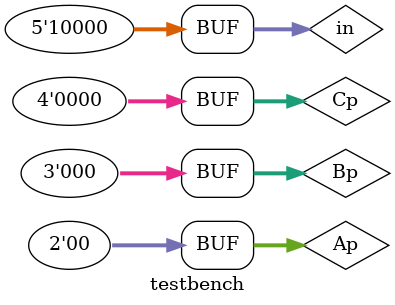
<source format=v>
module testbench;
    reg [4:0] in;

	wire [1:0] Ap;
	wire [2:0] Bp;
	wire [3:0] Cp;
	wire [1:0] A;
	wire [2:0] B;
	wire [3:0] C;

    initial begin
        // $dumpfile("testbench.vcd");
        // $dumpvars(0, testbench);

        #5 in = 0;
        repeat (10000) begin
            #5 in = in + 1;
        end

        $display("OKAY");
    end

    top uut (
	.x(in[0]),
	.y(in[2:1]),
	.z(in[3]),
	.A(A),
	.B(B),
	.C(C)
	);

	assign Ap =  {in[0],in[3]};
	assign Bp = {in[0],in[2:1]};
	assign Cp =  {in[0],in[2:1],in[3]};

	assert_comb A0_test(.A(A[0]), .B(Ap[0]));
	assert_comb A1_test(.A(A[1]), .B(Ap[1]));
	assert_comb B0_test(.A(B[0]), .B(Bp[0]));
	assert_comb B1_test(.A(B[1]), .B(Bp[1]));
	assert_comb B2_test(.A(B[2]), .B(Bp[2]));
	assert_comb C0_test(.A(C[0]), .B(Cp[0]));
	assert_comb C1_test(.A(C[1]), .B(Cp[1]));
	assert_comb C2_test(.A(C[2]), .B(Cp[2]));
	assert_comb C3_test(.A(C[3]), .B(Cp[3]));

endmodule

</source>
